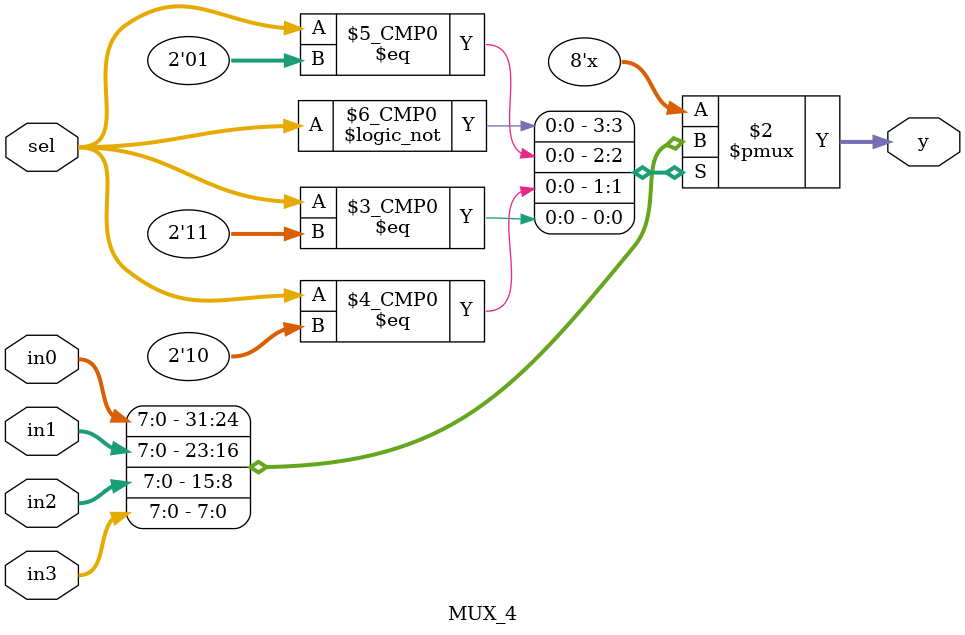
<source format=sv>
module MUX_4 #(
  parameter N = 8
) (
  // Numero di bit per gli ingressi
  input  logic [    1:0] sel,
  // Selettore a 2 bit
  input  logic [N - 1:0] in0,
  // Ingresso 0
  input  logic [N - 1:0] in1,
  // Ingresso 1
  input  logic [N - 1:0] in2,
  // Ingresso 2
  input  logic [N - 1:0] in3,
  // Ingresso 3
  output logic [N - 1:0] y
  // Uscita
);



  always @(sel or in0 or in1 or in2 or in3) begin
    case (sel)
      2'b00: begin
        y = in0;
        // Selettore 00, uscita A
      end
      2'b01: begin
        y = in1;
        // Selettore 01, uscita B
      end
      2'b10: begin
        y = in2;
        // Selettore 10, uscita C
      end
      2'b11: begin
        y = in3;
        // Selettore 11, uscita D
      end
      default: begin
        y = {(((N - 1)) - ((0)) + 1) {1'b0}};
        // Gestione caso non definito
      end
    endcase
  end


endmodule

</source>
